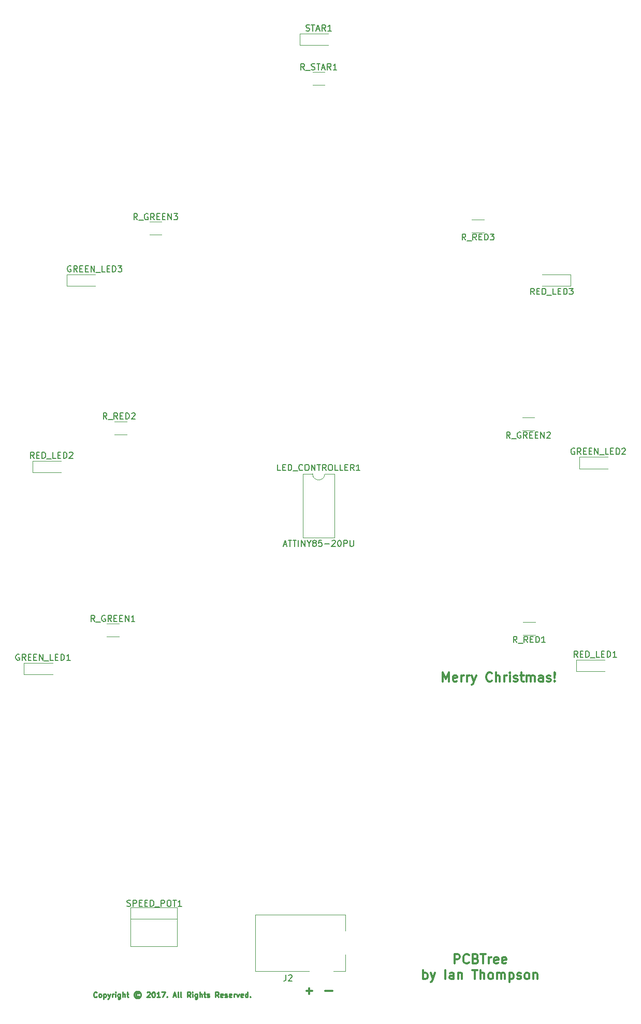
<source format=gbr>
G04 #@! TF.FileFunction,Legend,Top*
%FSLAX46Y46*%
G04 Gerber Fmt 4.6, Leading zero omitted, Abs format (unit mm)*
G04 Created by KiCad (PCBNEW 4.0.6) date Wednesday, September 13, 2017 'PMt' 07:39:43 PM*
%MOMM*%
%LPD*%
G01*
G04 APERTURE LIST*
%ADD10C,0.100000*%
%ADD11C,0.212500*%
%ADD12C,0.300000*%
%ADD13C,0.120000*%
%ADD14C,0.150000*%
G04 APERTURE END LIST*
D10*
D11*
X58956238Y-181876571D02*
X58915762Y-181917048D01*
X58794333Y-181957524D01*
X58713381Y-181957524D01*
X58591953Y-181917048D01*
X58511000Y-181836095D01*
X58470524Y-181755143D01*
X58430048Y-181593238D01*
X58430048Y-181471810D01*
X58470524Y-181309905D01*
X58511000Y-181228952D01*
X58591953Y-181148000D01*
X58713381Y-181107524D01*
X58794333Y-181107524D01*
X58915762Y-181148000D01*
X58956238Y-181188476D01*
X59441953Y-181957524D02*
X59361000Y-181917048D01*
X59320524Y-181876571D01*
X59280048Y-181795619D01*
X59280048Y-181552762D01*
X59320524Y-181471810D01*
X59361000Y-181431333D01*
X59441953Y-181390857D01*
X59563381Y-181390857D01*
X59644333Y-181431333D01*
X59684810Y-181471810D01*
X59725286Y-181552762D01*
X59725286Y-181795619D01*
X59684810Y-181876571D01*
X59644333Y-181917048D01*
X59563381Y-181957524D01*
X59441953Y-181957524D01*
X60089572Y-181390857D02*
X60089572Y-182240857D01*
X60089572Y-181431333D02*
X60170524Y-181390857D01*
X60332429Y-181390857D01*
X60413381Y-181431333D01*
X60453858Y-181471810D01*
X60494334Y-181552762D01*
X60494334Y-181795619D01*
X60453858Y-181876571D01*
X60413381Y-181917048D01*
X60332429Y-181957524D01*
X60170524Y-181957524D01*
X60089572Y-181917048D01*
X60777668Y-181390857D02*
X60980049Y-181957524D01*
X61182429Y-181390857D02*
X60980049Y-181957524D01*
X60899096Y-182159905D01*
X60858620Y-182200381D01*
X60777668Y-182240857D01*
X61506239Y-181957524D02*
X61506239Y-181390857D01*
X61506239Y-181552762D02*
X61546715Y-181471810D01*
X61587191Y-181431333D01*
X61668144Y-181390857D01*
X61749096Y-181390857D01*
X62032429Y-181957524D02*
X62032429Y-181390857D01*
X62032429Y-181107524D02*
X61991953Y-181148000D01*
X62032429Y-181188476D01*
X62072905Y-181148000D01*
X62032429Y-181107524D01*
X62032429Y-181188476D01*
X62801477Y-181390857D02*
X62801477Y-182078952D01*
X62761000Y-182159905D01*
X62720524Y-182200381D01*
X62639572Y-182240857D01*
X62518143Y-182240857D01*
X62437191Y-182200381D01*
X62801477Y-181917048D02*
X62720524Y-181957524D01*
X62558620Y-181957524D01*
X62477667Y-181917048D01*
X62437191Y-181876571D01*
X62396715Y-181795619D01*
X62396715Y-181552762D01*
X62437191Y-181471810D01*
X62477667Y-181431333D01*
X62558620Y-181390857D01*
X62720524Y-181390857D01*
X62801477Y-181431333D01*
X63206239Y-181957524D02*
X63206239Y-181107524D01*
X63570525Y-181957524D02*
X63570525Y-181512286D01*
X63530048Y-181431333D01*
X63449096Y-181390857D01*
X63327668Y-181390857D01*
X63246715Y-181431333D01*
X63206239Y-181471810D01*
X63853858Y-181390857D02*
X64177668Y-181390857D01*
X63975287Y-181107524D02*
X63975287Y-181836095D01*
X64015763Y-181917048D01*
X64096716Y-181957524D01*
X64177668Y-181957524D01*
X65796715Y-181309905D02*
X65715763Y-181269429D01*
X65553858Y-181269429D01*
X65472906Y-181309905D01*
X65391953Y-181390857D01*
X65351477Y-181471810D01*
X65351477Y-181633714D01*
X65391953Y-181714667D01*
X65472906Y-181795619D01*
X65553858Y-181836095D01*
X65715763Y-181836095D01*
X65796715Y-181795619D01*
X65634810Y-180986095D02*
X65432429Y-181026571D01*
X65230049Y-181148000D01*
X65108620Y-181350381D01*
X65068144Y-181552762D01*
X65108620Y-181755143D01*
X65230049Y-181957524D01*
X65432429Y-182078952D01*
X65634810Y-182119429D01*
X65837191Y-182078952D01*
X66039572Y-181957524D01*
X66161001Y-181755143D01*
X66201477Y-181552762D01*
X66161001Y-181350381D01*
X66039572Y-181148000D01*
X65837191Y-181026571D01*
X65634810Y-180986095D01*
X67172906Y-181188476D02*
X67213382Y-181148000D01*
X67294334Y-181107524D01*
X67496715Y-181107524D01*
X67577668Y-181148000D01*
X67618144Y-181188476D01*
X67658620Y-181269429D01*
X67658620Y-181350381D01*
X67618144Y-181471810D01*
X67132430Y-181957524D01*
X67658620Y-181957524D01*
X68184811Y-181107524D02*
X68265763Y-181107524D01*
X68346715Y-181148000D01*
X68387192Y-181188476D01*
X68427668Y-181269429D01*
X68468144Y-181431333D01*
X68468144Y-181633714D01*
X68427668Y-181795619D01*
X68387192Y-181876571D01*
X68346715Y-181917048D01*
X68265763Y-181957524D01*
X68184811Y-181957524D01*
X68103858Y-181917048D01*
X68063382Y-181876571D01*
X68022906Y-181795619D01*
X67982430Y-181633714D01*
X67982430Y-181431333D01*
X68022906Y-181269429D01*
X68063382Y-181188476D01*
X68103858Y-181148000D01*
X68184811Y-181107524D01*
X69277668Y-181957524D02*
X68791954Y-181957524D01*
X69034811Y-181957524D02*
X69034811Y-181107524D01*
X68953859Y-181228952D01*
X68872906Y-181309905D01*
X68791954Y-181350381D01*
X69561002Y-181107524D02*
X70127668Y-181107524D01*
X69763383Y-181957524D01*
X70451478Y-181876571D02*
X70491954Y-181917048D01*
X70451478Y-181957524D01*
X70411002Y-181917048D01*
X70451478Y-181876571D01*
X70451478Y-181957524D01*
X71463383Y-181714667D02*
X71868145Y-181714667D01*
X71382430Y-181957524D02*
X71665764Y-181107524D01*
X71949097Y-181957524D01*
X72353859Y-181957524D02*
X72272906Y-181917048D01*
X72232430Y-181836095D01*
X72232430Y-181107524D01*
X72799097Y-181957524D02*
X72718144Y-181917048D01*
X72677668Y-181836095D01*
X72677668Y-181107524D01*
X74256239Y-181957524D02*
X73972906Y-181552762D01*
X73770525Y-181957524D02*
X73770525Y-181107524D01*
X74094334Y-181107524D01*
X74175287Y-181148000D01*
X74215763Y-181188476D01*
X74256239Y-181269429D01*
X74256239Y-181390857D01*
X74215763Y-181471810D01*
X74175287Y-181512286D01*
X74094334Y-181552762D01*
X73770525Y-181552762D01*
X74620525Y-181957524D02*
X74620525Y-181390857D01*
X74620525Y-181107524D02*
X74580049Y-181148000D01*
X74620525Y-181188476D01*
X74661001Y-181148000D01*
X74620525Y-181107524D01*
X74620525Y-181188476D01*
X75389573Y-181390857D02*
X75389573Y-182078952D01*
X75349096Y-182159905D01*
X75308620Y-182200381D01*
X75227668Y-182240857D01*
X75106239Y-182240857D01*
X75025287Y-182200381D01*
X75389573Y-181917048D02*
X75308620Y-181957524D01*
X75146716Y-181957524D01*
X75065763Y-181917048D01*
X75025287Y-181876571D01*
X74984811Y-181795619D01*
X74984811Y-181552762D01*
X75025287Y-181471810D01*
X75065763Y-181431333D01*
X75146716Y-181390857D01*
X75308620Y-181390857D01*
X75389573Y-181431333D01*
X75794335Y-181957524D02*
X75794335Y-181107524D01*
X76158621Y-181957524D02*
X76158621Y-181512286D01*
X76118144Y-181431333D01*
X76037192Y-181390857D01*
X75915764Y-181390857D01*
X75834811Y-181431333D01*
X75794335Y-181471810D01*
X76441954Y-181390857D02*
X76765764Y-181390857D01*
X76563383Y-181107524D02*
X76563383Y-181836095D01*
X76603859Y-181917048D01*
X76684812Y-181957524D01*
X76765764Y-181957524D01*
X77008621Y-181917048D02*
X77089573Y-181957524D01*
X77251478Y-181957524D01*
X77332430Y-181917048D01*
X77372906Y-181836095D01*
X77372906Y-181795619D01*
X77332430Y-181714667D01*
X77251478Y-181674190D01*
X77130049Y-181674190D01*
X77049097Y-181633714D01*
X77008621Y-181552762D01*
X77008621Y-181512286D01*
X77049097Y-181431333D01*
X77130049Y-181390857D01*
X77251478Y-181390857D01*
X77332430Y-181431333D01*
X78870525Y-181957524D02*
X78587192Y-181552762D01*
X78384811Y-181957524D02*
X78384811Y-181107524D01*
X78708620Y-181107524D01*
X78789573Y-181148000D01*
X78830049Y-181188476D01*
X78870525Y-181269429D01*
X78870525Y-181390857D01*
X78830049Y-181471810D01*
X78789573Y-181512286D01*
X78708620Y-181552762D01*
X78384811Y-181552762D01*
X79558620Y-181917048D02*
X79477668Y-181957524D01*
X79315763Y-181957524D01*
X79234811Y-181917048D01*
X79194335Y-181836095D01*
X79194335Y-181512286D01*
X79234811Y-181431333D01*
X79315763Y-181390857D01*
X79477668Y-181390857D01*
X79558620Y-181431333D01*
X79599097Y-181512286D01*
X79599097Y-181593238D01*
X79194335Y-181674190D01*
X79922906Y-181917048D02*
X80003858Y-181957524D01*
X80165763Y-181957524D01*
X80246715Y-181917048D01*
X80287191Y-181836095D01*
X80287191Y-181795619D01*
X80246715Y-181714667D01*
X80165763Y-181674190D01*
X80044334Y-181674190D01*
X79963382Y-181633714D01*
X79922906Y-181552762D01*
X79922906Y-181512286D01*
X79963382Y-181431333D01*
X80044334Y-181390857D01*
X80165763Y-181390857D01*
X80246715Y-181431333D01*
X80975286Y-181917048D02*
X80894334Y-181957524D01*
X80732429Y-181957524D01*
X80651477Y-181917048D01*
X80611001Y-181836095D01*
X80611001Y-181512286D01*
X80651477Y-181431333D01*
X80732429Y-181390857D01*
X80894334Y-181390857D01*
X80975286Y-181431333D01*
X81015763Y-181512286D01*
X81015763Y-181593238D01*
X80611001Y-181674190D01*
X81380048Y-181957524D02*
X81380048Y-181390857D01*
X81380048Y-181552762D02*
X81420524Y-181471810D01*
X81461000Y-181431333D01*
X81541953Y-181390857D01*
X81622905Y-181390857D01*
X81825286Y-181390857D02*
X82027667Y-181957524D01*
X82230047Y-181390857D01*
X82877666Y-181917048D02*
X82796714Y-181957524D01*
X82634809Y-181957524D01*
X82553857Y-181917048D01*
X82513381Y-181836095D01*
X82513381Y-181512286D01*
X82553857Y-181431333D01*
X82634809Y-181390857D01*
X82796714Y-181390857D01*
X82877666Y-181431333D01*
X82918143Y-181512286D01*
X82918143Y-181593238D01*
X82513381Y-181674190D01*
X83646714Y-181957524D02*
X83646714Y-181107524D01*
X83646714Y-181917048D02*
X83565761Y-181957524D01*
X83403857Y-181957524D01*
X83322904Y-181917048D01*
X83282428Y-181876571D01*
X83241952Y-181795619D01*
X83241952Y-181552762D01*
X83282428Y-181471810D01*
X83322904Y-181431333D01*
X83403857Y-181390857D01*
X83565761Y-181390857D01*
X83646714Y-181431333D01*
X84051476Y-181876571D02*
X84091952Y-181917048D01*
X84051476Y-181957524D01*
X84011000Y-181917048D01*
X84051476Y-181876571D01*
X84051476Y-181957524D01*
D12*
X96329572Y-180955143D02*
X97472429Y-180955143D01*
X93268857Y-180933714D02*
X94183143Y-180933714D01*
X93726000Y-181390857D02*
X93726000Y-180476571D01*
X117451715Y-176441571D02*
X117451715Y-174941571D01*
X118023143Y-174941571D01*
X118166001Y-175013000D01*
X118237429Y-175084429D01*
X118308858Y-175227286D01*
X118308858Y-175441571D01*
X118237429Y-175584429D01*
X118166001Y-175655857D01*
X118023143Y-175727286D01*
X117451715Y-175727286D01*
X119808858Y-176298714D02*
X119737429Y-176370143D01*
X119523143Y-176441571D01*
X119380286Y-176441571D01*
X119166001Y-176370143D01*
X119023143Y-176227286D01*
X118951715Y-176084429D01*
X118880286Y-175798714D01*
X118880286Y-175584429D01*
X118951715Y-175298714D01*
X119023143Y-175155857D01*
X119166001Y-175013000D01*
X119380286Y-174941571D01*
X119523143Y-174941571D01*
X119737429Y-175013000D01*
X119808858Y-175084429D01*
X120951715Y-175655857D02*
X121166001Y-175727286D01*
X121237429Y-175798714D01*
X121308858Y-175941571D01*
X121308858Y-176155857D01*
X121237429Y-176298714D01*
X121166001Y-176370143D01*
X121023143Y-176441571D01*
X120451715Y-176441571D01*
X120451715Y-174941571D01*
X120951715Y-174941571D01*
X121094572Y-175013000D01*
X121166001Y-175084429D01*
X121237429Y-175227286D01*
X121237429Y-175370143D01*
X121166001Y-175513000D01*
X121094572Y-175584429D01*
X120951715Y-175655857D01*
X120451715Y-175655857D01*
X121737429Y-174941571D02*
X122594572Y-174941571D01*
X122166001Y-176441571D02*
X122166001Y-174941571D01*
X123094572Y-176441571D02*
X123094572Y-175441571D01*
X123094572Y-175727286D02*
X123166000Y-175584429D01*
X123237429Y-175513000D01*
X123380286Y-175441571D01*
X123523143Y-175441571D01*
X124594571Y-176370143D02*
X124451714Y-176441571D01*
X124166000Y-176441571D01*
X124023143Y-176370143D01*
X123951714Y-176227286D01*
X123951714Y-175655857D01*
X124023143Y-175513000D01*
X124166000Y-175441571D01*
X124451714Y-175441571D01*
X124594571Y-175513000D01*
X124666000Y-175655857D01*
X124666000Y-175798714D01*
X123951714Y-175941571D01*
X125880285Y-176370143D02*
X125737428Y-176441571D01*
X125451714Y-176441571D01*
X125308857Y-176370143D01*
X125237428Y-176227286D01*
X125237428Y-175655857D01*
X125308857Y-175513000D01*
X125451714Y-175441571D01*
X125737428Y-175441571D01*
X125880285Y-175513000D01*
X125951714Y-175655857D01*
X125951714Y-175798714D01*
X125237428Y-175941571D01*
X112344571Y-178991571D02*
X112344571Y-177491571D01*
X112344571Y-178063000D02*
X112487428Y-177991571D01*
X112773142Y-177991571D01*
X112915999Y-178063000D01*
X112987428Y-178134429D01*
X113058857Y-178277286D01*
X113058857Y-178705857D01*
X112987428Y-178848714D01*
X112915999Y-178920143D01*
X112773142Y-178991571D01*
X112487428Y-178991571D01*
X112344571Y-178920143D01*
X113558857Y-177991571D02*
X113916000Y-178991571D01*
X114273142Y-177991571D02*
X113916000Y-178991571D01*
X113773142Y-179348714D01*
X113701714Y-179420143D01*
X113558857Y-179491571D01*
X115987428Y-178991571D02*
X115987428Y-177491571D01*
X117344571Y-178991571D02*
X117344571Y-178205857D01*
X117273142Y-178063000D01*
X117130285Y-177991571D01*
X116844571Y-177991571D01*
X116701714Y-178063000D01*
X117344571Y-178920143D02*
X117201714Y-178991571D01*
X116844571Y-178991571D01*
X116701714Y-178920143D01*
X116630285Y-178777286D01*
X116630285Y-178634429D01*
X116701714Y-178491571D01*
X116844571Y-178420143D01*
X117201714Y-178420143D01*
X117344571Y-178348714D01*
X118058857Y-177991571D02*
X118058857Y-178991571D01*
X118058857Y-178134429D02*
X118130285Y-178063000D01*
X118273143Y-177991571D01*
X118487428Y-177991571D01*
X118630285Y-178063000D01*
X118701714Y-178205857D01*
X118701714Y-178991571D01*
X120344571Y-177491571D02*
X121201714Y-177491571D01*
X120773143Y-178991571D02*
X120773143Y-177491571D01*
X121701714Y-178991571D02*
X121701714Y-177491571D01*
X122344571Y-178991571D02*
X122344571Y-178205857D01*
X122273142Y-178063000D01*
X122130285Y-177991571D01*
X121916000Y-177991571D01*
X121773142Y-178063000D01*
X121701714Y-178134429D01*
X123273143Y-178991571D02*
X123130285Y-178920143D01*
X123058857Y-178848714D01*
X122987428Y-178705857D01*
X122987428Y-178277286D01*
X123058857Y-178134429D01*
X123130285Y-178063000D01*
X123273143Y-177991571D01*
X123487428Y-177991571D01*
X123630285Y-178063000D01*
X123701714Y-178134429D01*
X123773143Y-178277286D01*
X123773143Y-178705857D01*
X123701714Y-178848714D01*
X123630285Y-178920143D01*
X123487428Y-178991571D01*
X123273143Y-178991571D01*
X124416000Y-178991571D02*
X124416000Y-177991571D01*
X124416000Y-178134429D02*
X124487428Y-178063000D01*
X124630286Y-177991571D01*
X124844571Y-177991571D01*
X124987428Y-178063000D01*
X125058857Y-178205857D01*
X125058857Y-178991571D01*
X125058857Y-178205857D02*
X125130286Y-178063000D01*
X125273143Y-177991571D01*
X125487428Y-177991571D01*
X125630286Y-178063000D01*
X125701714Y-178205857D01*
X125701714Y-178991571D01*
X126416000Y-177991571D02*
X126416000Y-179491571D01*
X126416000Y-178063000D02*
X126558857Y-177991571D01*
X126844571Y-177991571D01*
X126987428Y-178063000D01*
X127058857Y-178134429D01*
X127130286Y-178277286D01*
X127130286Y-178705857D01*
X127058857Y-178848714D01*
X126987428Y-178920143D01*
X126844571Y-178991571D01*
X126558857Y-178991571D01*
X126416000Y-178920143D01*
X127701714Y-178920143D02*
X127844571Y-178991571D01*
X128130286Y-178991571D01*
X128273143Y-178920143D01*
X128344571Y-178777286D01*
X128344571Y-178705857D01*
X128273143Y-178563000D01*
X128130286Y-178491571D01*
X127916000Y-178491571D01*
X127773143Y-178420143D01*
X127701714Y-178277286D01*
X127701714Y-178205857D01*
X127773143Y-178063000D01*
X127916000Y-177991571D01*
X128130286Y-177991571D01*
X128273143Y-178063000D01*
X129201715Y-178991571D02*
X129058857Y-178920143D01*
X128987429Y-178848714D01*
X128916000Y-178705857D01*
X128916000Y-178277286D01*
X128987429Y-178134429D01*
X129058857Y-178063000D01*
X129201715Y-177991571D01*
X129416000Y-177991571D01*
X129558857Y-178063000D01*
X129630286Y-178134429D01*
X129701715Y-178277286D01*
X129701715Y-178705857D01*
X129630286Y-178848714D01*
X129558857Y-178920143D01*
X129416000Y-178991571D01*
X129201715Y-178991571D01*
X130344572Y-177991571D02*
X130344572Y-178991571D01*
X130344572Y-178134429D02*
X130416000Y-178063000D01*
X130558858Y-177991571D01*
X130773143Y-177991571D01*
X130916000Y-178063000D01*
X130987429Y-178205857D01*
X130987429Y-178991571D01*
X115571143Y-130345571D02*
X115571143Y-128845571D01*
X116071143Y-129917000D01*
X116571143Y-128845571D01*
X116571143Y-130345571D01*
X117856857Y-130274143D02*
X117714000Y-130345571D01*
X117428286Y-130345571D01*
X117285429Y-130274143D01*
X117214000Y-130131286D01*
X117214000Y-129559857D01*
X117285429Y-129417000D01*
X117428286Y-129345571D01*
X117714000Y-129345571D01*
X117856857Y-129417000D01*
X117928286Y-129559857D01*
X117928286Y-129702714D01*
X117214000Y-129845571D01*
X118571143Y-130345571D02*
X118571143Y-129345571D01*
X118571143Y-129631286D02*
X118642571Y-129488429D01*
X118714000Y-129417000D01*
X118856857Y-129345571D01*
X118999714Y-129345571D01*
X119499714Y-130345571D02*
X119499714Y-129345571D01*
X119499714Y-129631286D02*
X119571142Y-129488429D01*
X119642571Y-129417000D01*
X119785428Y-129345571D01*
X119928285Y-129345571D01*
X120285428Y-129345571D02*
X120642571Y-130345571D01*
X120999713Y-129345571D02*
X120642571Y-130345571D01*
X120499713Y-130702714D01*
X120428285Y-130774143D01*
X120285428Y-130845571D01*
X123571142Y-130202714D02*
X123499713Y-130274143D01*
X123285427Y-130345571D01*
X123142570Y-130345571D01*
X122928285Y-130274143D01*
X122785427Y-130131286D01*
X122713999Y-129988429D01*
X122642570Y-129702714D01*
X122642570Y-129488429D01*
X122713999Y-129202714D01*
X122785427Y-129059857D01*
X122928285Y-128917000D01*
X123142570Y-128845571D01*
X123285427Y-128845571D01*
X123499713Y-128917000D01*
X123571142Y-128988429D01*
X124213999Y-130345571D02*
X124213999Y-128845571D01*
X124856856Y-130345571D02*
X124856856Y-129559857D01*
X124785427Y-129417000D01*
X124642570Y-129345571D01*
X124428285Y-129345571D01*
X124285427Y-129417000D01*
X124213999Y-129488429D01*
X125571142Y-130345571D02*
X125571142Y-129345571D01*
X125571142Y-129631286D02*
X125642570Y-129488429D01*
X125713999Y-129417000D01*
X125856856Y-129345571D01*
X125999713Y-129345571D01*
X126499713Y-130345571D02*
X126499713Y-129345571D01*
X126499713Y-128845571D02*
X126428284Y-128917000D01*
X126499713Y-128988429D01*
X126571141Y-128917000D01*
X126499713Y-128845571D01*
X126499713Y-128988429D01*
X127142570Y-130274143D02*
X127285427Y-130345571D01*
X127571142Y-130345571D01*
X127713999Y-130274143D01*
X127785427Y-130131286D01*
X127785427Y-130059857D01*
X127713999Y-129917000D01*
X127571142Y-129845571D01*
X127356856Y-129845571D01*
X127213999Y-129774143D01*
X127142570Y-129631286D01*
X127142570Y-129559857D01*
X127213999Y-129417000D01*
X127356856Y-129345571D01*
X127571142Y-129345571D01*
X127713999Y-129417000D01*
X128213999Y-129345571D02*
X128785428Y-129345571D01*
X128428285Y-128845571D02*
X128428285Y-130131286D01*
X128499713Y-130274143D01*
X128642571Y-130345571D01*
X128785428Y-130345571D01*
X129285428Y-130345571D02*
X129285428Y-129345571D01*
X129285428Y-129488429D02*
X129356856Y-129417000D01*
X129499714Y-129345571D01*
X129713999Y-129345571D01*
X129856856Y-129417000D01*
X129928285Y-129559857D01*
X129928285Y-130345571D01*
X129928285Y-129559857D02*
X129999714Y-129417000D01*
X130142571Y-129345571D01*
X130356856Y-129345571D01*
X130499714Y-129417000D01*
X130571142Y-129559857D01*
X130571142Y-130345571D01*
X131928285Y-130345571D02*
X131928285Y-129559857D01*
X131856856Y-129417000D01*
X131713999Y-129345571D01*
X131428285Y-129345571D01*
X131285428Y-129417000D01*
X131928285Y-130274143D02*
X131785428Y-130345571D01*
X131428285Y-130345571D01*
X131285428Y-130274143D01*
X131213999Y-130131286D01*
X131213999Y-129988429D01*
X131285428Y-129845571D01*
X131428285Y-129774143D01*
X131785428Y-129774143D01*
X131928285Y-129702714D01*
X132571142Y-130274143D02*
X132713999Y-130345571D01*
X132999714Y-130345571D01*
X133142571Y-130274143D01*
X133213999Y-130131286D01*
X133213999Y-130059857D01*
X133142571Y-129917000D01*
X132999714Y-129845571D01*
X132785428Y-129845571D01*
X132642571Y-129774143D01*
X132571142Y-129631286D01*
X132571142Y-129559857D01*
X132642571Y-129417000D01*
X132785428Y-129345571D01*
X132999714Y-129345571D01*
X133142571Y-129417000D01*
X133856857Y-130202714D02*
X133928285Y-130274143D01*
X133856857Y-130345571D01*
X133785428Y-130274143D01*
X133856857Y-130202714D01*
X133856857Y-130345571D01*
X133856857Y-129774143D02*
X133785428Y-128917000D01*
X133856857Y-128845571D01*
X133928285Y-128917000D01*
X133856857Y-129774143D01*
X133856857Y-128845571D01*
D13*
X47065000Y-127320000D02*
X47065000Y-129220000D01*
X47065000Y-129220000D02*
X51765000Y-129220000D01*
X47065000Y-127320000D02*
X51765000Y-127320000D01*
X137870000Y-93665000D02*
X137870000Y-95565000D01*
X137870000Y-95565000D02*
X142570000Y-95565000D01*
X137870000Y-93665000D02*
X142570000Y-93665000D01*
X54050000Y-63820000D02*
X54050000Y-65720000D01*
X54050000Y-65720000D02*
X58750000Y-65720000D01*
X54050000Y-63820000D02*
X58750000Y-63820000D01*
X94250000Y-96400000D02*
X92680000Y-96400000D01*
X92680000Y-96400000D02*
X92680000Y-106800000D01*
X92680000Y-106800000D02*
X97820000Y-106800000D01*
X97820000Y-106800000D02*
X97820000Y-96400000D01*
X97820000Y-96400000D02*
X96250000Y-96400000D01*
X96250000Y-96400000D02*
G75*
G02X94250000Y-96400000I-1000000J0D01*
G01*
X137362000Y-126812000D02*
X137362000Y-128712000D01*
X137362000Y-128712000D02*
X142062000Y-128712000D01*
X137362000Y-126812000D02*
X142062000Y-126812000D01*
X48462000Y-94300000D02*
X48462000Y-96200000D01*
X48462000Y-96200000D02*
X53162000Y-96200000D01*
X48462000Y-94300000D02*
X53162000Y-94300000D01*
X136450000Y-65720000D02*
X136450000Y-63820000D01*
X136450000Y-63820000D02*
X131750000Y-63820000D01*
X136450000Y-65720000D02*
X131750000Y-65720000D01*
X62595000Y-122990000D02*
X60595000Y-122990000D01*
X60595000Y-120850000D02*
X62595000Y-120850000D01*
X128540000Y-87195000D02*
X130540000Y-87195000D01*
X130540000Y-89335000D02*
X128540000Y-89335000D01*
X69580000Y-57331000D02*
X67580000Y-57331000D01*
X67580000Y-55191000D02*
X69580000Y-55191000D01*
X128667000Y-120596000D02*
X130667000Y-120596000D01*
X130667000Y-122736000D02*
X128667000Y-122736000D01*
X63865000Y-89970000D02*
X61865000Y-89970000D01*
X61865000Y-87830000D02*
X63865000Y-87830000D01*
X120285000Y-54810000D02*
X122285000Y-54810000D01*
X122285000Y-56950000D02*
X120285000Y-56950000D01*
X96250000Y-32820000D02*
X94250000Y-32820000D01*
X94250000Y-30680000D02*
X96250000Y-30680000D01*
X64516000Y-167264000D02*
X64516000Y-173604000D01*
X72136000Y-167264000D02*
X72136000Y-173604000D01*
X72136000Y-169164000D02*
X64516000Y-169164000D01*
X64516000Y-167264000D02*
X72136000Y-167264000D01*
X72136000Y-173604000D02*
X64516000Y-173604000D01*
X92150000Y-24450000D02*
X92150000Y-26350000D01*
X92150000Y-26350000D02*
X96850000Y-26350000D01*
X92150000Y-24450000D02*
X96850000Y-24450000D01*
X93679000Y-177701000D02*
X84879000Y-177701000D01*
X84879000Y-177701000D02*
X84879000Y-168501000D01*
X99579000Y-175001000D02*
X99579000Y-177701000D01*
X99579000Y-177701000D02*
X97679000Y-177701000D01*
X84879000Y-168501000D02*
X99579000Y-168501000D01*
X99579000Y-168501000D02*
X99579000Y-171101000D01*
D14*
X46284048Y-125920000D02*
X46188810Y-125872381D01*
X46045953Y-125872381D01*
X45903095Y-125920000D01*
X45807857Y-126015238D01*
X45760238Y-126110476D01*
X45712619Y-126300952D01*
X45712619Y-126443810D01*
X45760238Y-126634286D01*
X45807857Y-126729524D01*
X45903095Y-126824762D01*
X46045953Y-126872381D01*
X46141191Y-126872381D01*
X46284048Y-126824762D01*
X46331667Y-126777143D01*
X46331667Y-126443810D01*
X46141191Y-126443810D01*
X47331667Y-126872381D02*
X46998333Y-126396190D01*
X46760238Y-126872381D02*
X46760238Y-125872381D01*
X47141191Y-125872381D01*
X47236429Y-125920000D01*
X47284048Y-125967619D01*
X47331667Y-126062857D01*
X47331667Y-126205714D01*
X47284048Y-126300952D01*
X47236429Y-126348571D01*
X47141191Y-126396190D01*
X46760238Y-126396190D01*
X47760238Y-126348571D02*
X48093572Y-126348571D01*
X48236429Y-126872381D02*
X47760238Y-126872381D01*
X47760238Y-125872381D01*
X48236429Y-125872381D01*
X48665000Y-126348571D02*
X48998334Y-126348571D01*
X49141191Y-126872381D02*
X48665000Y-126872381D01*
X48665000Y-125872381D01*
X49141191Y-125872381D01*
X49569762Y-126872381D02*
X49569762Y-125872381D01*
X50141191Y-126872381D01*
X50141191Y-125872381D01*
X50379286Y-126967619D02*
X51141191Y-126967619D01*
X51855477Y-126872381D02*
X51379286Y-126872381D01*
X51379286Y-125872381D01*
X52188810Y-126348571D02*
X52522144Y-126348571D01*
X52665001Y-126872381D02*
X52188810Y-126872381D01*
X52188810Y-125872381D01*
X52665001Y-125872381D01*
X53093572Y-126872381D02*
X53093572Y-125872381D01*
X53331667Y-125872381D01*
X53474525Y-125920000D01*
X53569763Y-126015238D01*
X53617382Y-126110476D01*
X53665001Y-126300952D01*
X53665001Y-126443810D01*
X53617382Y-126634286D01*
X53569763Y-126729524D01*
X53474525Y-126824762D01*
X53331667Y-126872381D01*
X53093572Y-126872381D01*
X54617382Y-126872381D02*
X54045953Y-126872381D01*
X54331667Y-126872381D02*
X54331667Y-125872381D01*
X54236429Y-126015238D01*
X54141191Y-126110476D01*
X54045953Y-126158095D01*
X137089048Y-92265000D02*
X136993810Y-92217381D01*
X136850953Y-92217381D01*
X136708095Y-92265000D01*
X136612857Y-92360238D01*
X136565238Y-92455476D01*
X136517619Y-92645952D01*
X136517619Y-92788810D01*
X136565238Y-92979286D01*
X136612857Y-93074524D01*
X136708095Y-93169762D01*
X136850953Y-93217381D01*
X136946191Y-93217381D01*
X137089048Y-93169762D01*
X137136667Y-93122143D01*
X137136667Y-92788810D01*
X136946191Y-92788810D01*
X138136667Y-93217381D02*
X137803333Y-92741190D01*
X137565238Y-93217381D02*
X137565238Y-92217381D01*
X137946191Y-92217381D01*
X138041429Y-92265000D01*
X138089048Y-92312619D01*
X138136667Y-92407857D01*
X138136667Y-92550714D01*
X138089048Y-92645952D01*
X138041429Y-92693571D01*
X137946191Y-92741190D01*
X137565238Y-92741190D01*
X138565238Y-92693571D02*
X138898572Y-92693571D01*
X139041429Y-93217381D02*
X138565238Y-93217381D01*
X138565238Y-92217381D01*
X139041429Y-92217381D01*
X139470000Y-92693571D02*
X139803334Y-92693571D01*
X139946191Y-93217381D02*
X139470000Y-93217381D01*
X139470000Y-92217381D01*
X139946191Y-92217381D01*
X140374762Y-93217381D02*
X140374762Y-92217381D01*
X140946191Y-93217381D01*
X140946191Y-92217381D01*
X141184286Y-93312619D02*
X141946191Y-93312619D01*
X142660477Y-93217381D02*
X142184286Y-93217381D01*
X142184286Y-92217381D01*
X142993810Y-92693571D02*
X143327144Y-92693571D01*
X143470001Y-93217381D02*
X142993810Y-93217381D01*
X142993810Y-92217381D01*
X143470001Y-92217381D01*
X143898572Y-93217381D02*
X143898572Y-92217381D01*
X144136667Y-92217381D01*
X144279525Y-92265000D01*
X144374763Y-92360238D01*
X144422382Y-92455476D01*
X144470001Y-92645952D01*
X144470001Y-92788810D01*
X144422382Y-92979286D01*
X144374763Y-93074524D01*
X144279525Y-93169762D01*
X144136667Y-93217381D01*
X143898572Y-93217381D01*
X144850953Y-92312619D02*
X144898572Y-92265000D01*
X144993810Y-92217381D01*
X145231906Y-92217381D01*
X145327144Y-92265000D01*
X145374763Y-92312619D01*
X145422382Y-92407857D01*
X145422382Y-92503095D01*
X145374763Y-92645952D01*
X144803334Y-93217381D01*
X145422382Y-93217381D01*
X54729548Y-62428500D02*
X54634310Y-62380881D01*
X54491453Y-62380881D01*
X54348595Y-62428500D01*
X54253357Y-62523738D01*
X54205738Y-62618976D01*
X54158119Y-62809452D01*
X54158119Y-62952310D01*
X54205738Y-63142786D01*
X54253357Y-63238024D01*
X54348595Y-63333262D01*
X54491453Y-63380881D01*
X54586691Y-63380881D01*
X54729548Y-63333262D01*
X54777167Y-63285643D01*
X54777167Y-62952310D01*
X54586691Y-62952310D01*
X55777167Y-63380881D02*
X55443833Y-62904690D01*
X55205738Y-63380881D02*
X55205738Y-62380881D01*
X55586691Y-62380881D01*
X55681929Y-62428500D01*
X55729548Y-62476119D01*
X55777167Y-62571357D01*
X55777167Y-62714214D01*
X55729548Y-62809452D01*
X55681929Y-62857071D01*
X55586691Y-62904690D01*
X55205738Y-62904690D01*
X56205738Y-62857071D02*
X56539072Y-62857071D01*
X56681929Y-63380881D02*
X56205738Y-63380881D01*
X56205738Y-62380881D01*
X56681929Y-62380881D01*
X57110500Y-62857071D02*
X57443834Y-62857071D01*
X57586691Y-63380881D02*
X57110500Y-63380881D01*
X57110500Y-62380881D01*
X57586691Y-62380881D01*
X58015262Y-63380881D02*
X58015262Y-62380881D01*
X58586691Y-63380881D01*
X58586691Y-62380881D01*
X58824786Y-63476119D02*
X59586691Y-63476119D01*
X60300977Y-63380881D02*
X59824786Y-63380881D01*
X59824786Y-62380881D01*
X60634310Y-62857071D02*
X60967644Y-62857071D01*
X61110501Y-63380881D02*
X60634310Y-63380881D01*
X60634310Y-62380881D01*
X61110501Y-62380881D01*
X61539072Y-63380881D02*
X61539072Y-62380881D01*
X61777167Y-62380881D01*
X61920025Y-62428500D01*
X62015263Y-62523738D01*
X62062882Y-62618976D01*
X62110501Y-62809452D01*
X62110501Y-62952310D01*
X62062882Y-63142786D01*
X62015263Y-63238024D01*
X61920025Y-63333262D01*
X61777167Y-63380881D01*
X61539072Y-63380881D01*
X62443834Y-62380881D02*
X63062882Y-62380881D01*
X62729548Y-62761833D01*
X62872406Y-62761833D01*
X62967644Y-62809452D01*
X63015263Y-62857071D01*
X63062882Y-62952310D01*
X63062882Y-63190405D01*
X63015263Y-63285643D01*
X62967644Y-63333262D01*
X62872406Y-63380881D01*
X62586691Y-63380881D01*
X62491453Y-63333262D01*
X62443834Y-63285643D01*
X89035714Y-95852381D02*
X88559523Y-95852381D01*
X88559523Y-94852381D01*
X89369047Y-95328571D02*
X89702381Y-95328571D01*
X89845238Y-95852381D02*
X89369047Y-95852381D01*
X89369047Y-94852381D01*
X89845238Y-94852381D01*
X90273809Y-95852381D02*
X90273809Y-94852381D01*
X90511904Y-94852381D01*
X90654762Y-94900000D01*
X90750000Y-94995238D01*
X90797619Y-95090476D01*
X90845238Y-95280952D01*
X90845238Y-95423810D01*
X90797619Y-95614286D01*
X90750000Y-95709524D01*
X90654762Y-95804762D01*
X90511904Y-95852381D01*
X90273809Y-95852381D01*
X91035714Y-95947619D02*
X91797619Y-95947619D01*
X92607143Y-95757143D02*
X92559524Y-95804762D01*
X92416667Y-95852381D01*
X92321429Y-95852381D01*
X92178571Y-95804762D01*
X92083333Y-95709524D01*
X92035714Y-95614286D01*
X91988095Y-95423810D01*
X91988095Y-95280952D01*
X92035714Y-95090476D01*
X92083333Y-94995238D01*
X92178571Y-94900000D01*
X92321429Y-94852381D01*
X92416667Y-94852381D01*
X92559524Y-94900000D01*
X92607143Y-94947619D01*
X93226190Y-94852381D02*
X93416667Y-94852381D01*
X93511905Y-94900000D01*
X93607143Y-94995238D01*
X93654762Y-95185714D01*
X93654762Y-95519048D01*
X93607143Y-95709524D01*
X93511905Y-95804762D01*
X93416667Y-95852381D01*
X93226190Y-95852381D01*
X93130952Y-95804762D01*
X93035714Y-95709524D01*
X92988095Y-95519048D01*
X92988095Y-95185714D01*
X93035714Y-94995238D01*
X93130952Y-94900000D01*
X93226190Y-94852381D01*
X94083333Y-95852381D02*
X94083333Y-94852381D01*
X94654762Y-95852381D01*
X94654762Y-94852381D01*
X94988095Y-94852381D02*
X95559524Y-94852381D01*
X95273809Y-95852381D02*
X95273809Y-94852381D01*
X96464286Y-95852381D02*
X96130952Y-95376190D01*
X95892857Y-95852381D02*
X95892857Y-94852381D01*
X96273810Y-94852381D01*
X96369048Y-94900000D01*
X96416667Y-94947619D01*
X96464286Y-95042857D01*
X96464286Y-95185714D01*
X96416667Y-95280952D01*
X96369048Y-95328571D01*
X96273810Y-95376190D01*
X95892857Y-95376190D01*
X97083333Y-94852381D02*
X97273810Y-94852381D01*
X97369048Y-94900000D01*
X97464286Y-94995238D01*
X97511905Y-95185714D01*
X97511905Y-95519048D01*
X97464286Y-95709524D01*
X97369048Y-95804762D01*
X97273810Y-95852381D01*
X97083333Y-95852381D01*
X96988095Y-95804762D01*
X96892857Y-95709524D01*
X96845238Y-95519048D01*
X96845238Y-95185714D01*
X96892857Y-94995238D01*
X96988095Y-94900000D01*
X97083333Y-94852381D01*
X98416667Y-95852381D02*
X97940476Y-95852381D01*
X97940476Y-94852381D01*
X99226191Y-95852381D02*
X98750000Y-95852381D01*
X98750000Y-94852381D01*
X99559524Y-95328571D02*
X99892858Y-95328571D01*
X100035715Y-95852381D02*
X99559524Y-95852381D01*
X99559524Y-94852381D01*
X100035715Y-94852381D01*
X101035715Y-95852381D02*
X100702381Y-95376190D01*
X100464286Y-95852381D02*
X100464286Y-94852381D01*
X100845239Y-94852381D01*
X100940477Y-94900000D01*
X100988096Y-94947619D01*
X101035715Y-95042857D01*
X101035715Y-95185714D01*
X100988096Y-95280952D01*
X100940477Y-95328571D01*
X100845239Y-95376190D01*
X100464286Y-95376190D01*
X101988096Y-95852381D02*
X101416667Y-95852381D01*
X101702381Y-95852381D02*
X101702381Y-94852381D01*
X101607143Y-94995238D01*
X101511905Y-95090476D01*
X101416667Y-95138095D01*
X89511905Y-107966667D02*
X89988096Y-107966667D01*
X89416667Y-108252381D02*
X89750000Y-107252381D01*
X90083334Y-108252381D01*
X90273810Y-107252381D02*
X90845239Y-107252381D01*
X90559524Y-108252381D02*
X90559524Y-107252381D01*
X91035715Y-107252381D02*
X91607144Y-107252381D01*
X91321429Y-108252381D02*
X91321429Y-107252381D01*
X91940477Y-108252381D02*
X91940477Y-107252381D01*
X92416667Y-108252381D02*
X92416667Y-107252381D01*
X92988096Y-108252381D01*
X92988096Y-107252381D01*
X93654762Y-107776190D02*
X93654762Y-108252381D01*
X93321429Y-107252381D02*
X93654762Y-107776190D01*
X93988096Y-107252381D01*
X94464286Y-107680952D02*
X94369048Y-107633333D01*
X94321429Y-107585714D01*
X94273810Y-107490476D01*
X94273810Y-107442857D01*
X94321429Y-107347619D01*
X94369048Y-107300000D01*
X94464286Y-107252381D01*
X94654763Y-107252381D01*
X94750001Y-107300000D01*
X94797620Y-107347619D01*
X94845239Y-107442857D01*
X94845239Y-107490476D01*
X94797620Y-107585714D01*
X94750001Y-107633333D01*
X94654763Y-107680952D01*
X94464286Y-107680952D01*
X94369048Y-107728571D01*
X94321429Y-107776190D01*
X94273810Y-107871429D01*
X94273810Y-108061905D01*
X94321429Y-108157143D01*
X94369048Y-108204762D01*
X94464286Y-108252381D01*
X94654763Y-108252381D01*
X94750001Y-108204762D01*
X94797620Y-108157143D01*
X94845239Y-108061905D01*
X94845239Y-107871429D01*
X94797620Y-107776190D01*
X94750001Y-107728571D01*
X94654763Y-107680952D01*
X95750001Y-107252381D02*
X95273810Y-107252381D01*
X95226191Y-107728571D01*
X95273810Y-107680952D01*
X95369048Y-107633333D01*
X95607144Y-107633333D01*
X95702382Y-107680952D01*
X95750001Y-107728571D01*
X95797620Y-107823810D01*
X95797620Y-108061905D01*
X95750001Y-108157143D01*
X95702382Y-108204762D01*
X95607144Y-108252381D01*
X95369048Y-108252381D01*
X95273810Y-108204762D01*
X95226191Y-108157143D01*
X96226191Y-107871429D02*
X96988096Y-107871429D01*
X97416667Y-107347619D02*
X97464286Y-107300000D01*
X97559524Y-107252381D01*
X97797620Y-107252381D01*
X97892858Y-107300000D01*
X97940477Y-107347619D01*
X97988096Y-107442857D01*
X97988096Y-107538095D01*
X97940477Y-107680952D01*
X97369048Y-108252381D01*
X97988096Y-108252381D01*
X98607143Y-107252381D02*
X98702382Y-107252381D01*
X98797620Y-107300000D01*
X98845239Y-107347619D01*
X98892858Y-107442857D01*
X98940477Y-107633333D01*
X98940477Y-107871429D01*
X98892858Y-108061905D01*
X98845239Y-108157143D01*
X98797620Y-108204762D01*
X98702382Y-108252381D01*
X98607143Y-108252381D01*
X98511905Y-108204762D01*
X98464286Y-108157143D01*
X98416667Y-108061905D01*
X98369048Y-107871429D01*
X98369048Y-107633333D01*
X98416667Y-107442857D01*
X98464286Y-107347619D01*
X98511905Y-107300000D01*
X98607143Y-107252381D01*
X99369048Y-108252381D02*
X99369048Y-107252381D01*
X99750001Y-107252381D01*
X99845239Y-107300000D01*
X99892858Y-107347619D01*
X99940477Y-107442857D01*
X99940477Y-107585714D01*
X99892858Y-107680952D01*
X99845239Y-107728571D01*
X99750001Y-107776190D01*
X99369048Y-107776190D01*
X100369048Y-107252381D02*
X100369048Y-108061905D01*
X100416667Y-108157143D01*
X100464286Y-108204762D01*
X100559524Y-108252381D01*
X100750001Y-108252381D01*
X100845239Y-108204762D01*
X100892858Y-108157143D01*
X100940477Y-108061905D01*
X100940477Y-107252381D01*
X137604857Y-126364381D02*
X137271523Y-125888190D01*
X137033428Y-126364381D02*
X137033428Y-125364381D01*
X137414381Y-125364381D01*
X137509619Y-125412000D01*
X137557238Y-125459619D01*
X137604857Y-125554857D01*
X137604857Y-125697714D01*
X137557238Y-125792952D01*
X137509619Y-125840571D01*
X137414381Y-125888190D01*
X137033428Y-125888190D01*
X138033428Y-125840571D02*
X138366762Y-125840571D01*
X138509619Y-126364381D02*
X138033428Y-126364381D01*
X138033428Y-125364381D01*
X138509619Y-125364381D01*
X138938190Y-126364381D02*
X138938190Y-125364381D01*
X139176285Y-125364381D01*
X139319143Y-125412000D01*
X139414381Y-125507238D01*
X139462000Y-125602476D01*
X139509619Y-125792952D01*
X139509619Y-125935810D01*
X139462000Y-126126286D01*
X139414381Y-126221524D01*
X139319143Y-126316762D01*
X139176285Y-126364381D01*
X138938190Y-126364381D01*
X139700095Y-126459619D02*
X140462000Y-126459619D01*
X141176286Y-126364381D02*
X140700095Y-126364381D01*
X140700095Y-125364381D01*
X141509619Y-125840571D02*
X141842953Y-125840571D01*
X141985810Y-126364381D02*
X141509619Y-126364381D01*
X141509619Y-125364381D01*
X141985810Y-125364381D01*
X142414381Y-126364381D02*
X142414381Y-125364381D01*
X142652476Y-125364381D01*
X142795334Y-125412000D01*
X142890572Y-125507238D01*
X142938191Y-125602476D01*
X142985810Y-125792952D01*
X142985810Y-125935810D01*
X142938191Y-126126286D01*
X142890572Y-126221524D01*
X142795334Y-126316762D01*
X142652476Y-126364381D01*
X142414381Y-126364381D01*
X143938191Y-126364381D02*
X143366762Y-126364381D01*
X143652476Y-126364381D02*
X143652476Y-125364381D01*
X143557238Y-125507238D01*
X143462000Y-125602476D01*
X143366762Y-125650095D01*
X48704857Y-93852381D02*
X48371523Y-93376190D01*
X48133428Y-93852381D02*
X48133428Y-92852381D01*
X48514381Y-92852381D01*
X48609619Y-92900000D01*
X48657238Y-92947619D01*
X48704857Y-93042857D01*
X48704857Y-93185714D01*
X48657238Y-93280952D01*
X48609619Y-93328571D01*
X48514381Y-93376190D01*
X48133428Y-93376190D01*
X49133428Y-93328571D02*
X49466762Y-93328571D01*
X49609619Y-93852381D02*
X49133428Y-93852381D01*
X49133428Y-92852381D01*
X49609619Y-92852381D01*
X50038190Y-93852381D02*
X50038190Y-92852381D01*
X50276285Y-92852381D01*
X50419143Y-92900000D01*
X50514381Y-92995238D01*
X50562000Y-93090476D01*
X50609619Y-93280952D01*
X50609619Y-93423810D01*
X50562000Y-93614286D01*
X50514381Y-93709524D01*
X50419143Y-93804762D01*
X50276285Y-93852381D01*
X50038190Y-93852381D01*
X50800095Y-93947619D02*
X51562000Y-93947619D01*
X52276286Y-93852381D02*
X51800095Y-93852381D01*
X51800095Y-92852381D01*
X52609619Y-93328571D02*
X52942953Y-93328571D01*
X53085810Y-93852381D02*
X52609619Y-93852381D01*
X52609619Y-92852381D01*
X53085810Y-92852381D01*
X53514381Y-93852381D02*
X53514381Y-92852381D01*
X53752476Y-92852381D01*
X53895334Y-92900000D01*
X53990572Y-92995238D01*
X54038191Y-93090476D01*
X54085810Y-93280952D01*
X54085810Y-93423810D01*
X54038191Y-93614286D01*
X53990572Y-93709524D01*
X53895334Y-93804762D01*
X53752476Y-93852381D01*
X53514381Y-93852381D01*
X54466762Y-92947619D02*
X54514381Y-92900000D01*
X54609619Y-92852381D01*
X54847715Y-92852381D01*
X54942953Y-92900000D01*
X54990572Y-92947619D01*
X55038191Y-93042857D01*
X55038191Y-93138095D01*
X54990572Y-93280952D01*
X54419143Y-93852381D01*
X55038191Y-93852381D01*
X130492857Y-67072381D02*
X130159523Y-66596190D01*
X129921428Y-67072381D02*
X129921428Y-66072381D01*
X130302381Y-66072381D01*
X130397619Y-66120000D01*
X130445238Y-66167619D01*
X130492857Y-66262857D01*
X130492857Y-66405714D01*
X130445238Y-66500952D01*
X130397619Y-66548571D01*
X130302381Y-66596190D01*
X129921428Y-66596190D01*
X130921428Y-66548571D02*
X131254762Y-66548571D01*
X131397619Y-67072381D02*
X130921428Y-67072381D01*
X130921428Y-66072381D01*
X131397619Y-66072381D01*
X131826190Y-67072381D02*
X131826190Y-66072381D01*
X132064285Y-66072381D01*
X132207143Y-66120000D01*
X132302381Y-66215238D01*
X132350000Y-66310476D01*
X132397619Y-66500952D01*
X132397619Y-66643810D01*
X132350000Y-66834286D01*
X132302381Y-66929524D01*
X132207143Y-67024762D01*
X132064285Y-67072381D01*
X131826190Y-67072381D01*
X132588095Y-67167619D02*
X133350000Y-67167619D01*
X134064286Y-67072381D02*
X133588095Y-67072381D01*
X133588095Y-66072381D01*
X134397619Y-66548571D02*
X134730953Y-66548571D01*
X134873810Y-67072381D02*
X134397619Y-67072381D01*
X134397619Y-66072381D01*
X134873810Y-66072381D01*
X135302381Y-67072381D02*
X135302381Y-66072381D01*
X135540476Y-66072381D01*
X135683334Y-66120000D01*
X135778572Y-66215238D01*
X135826191Y-66310476D01*
X135873810Y-66500952D01*
X135873810Y-66643810D01*
X135826191Y-66834286D01*
X135778572Y-66929524D01*
X135683334Y-67024762D01*
X135540476Y-67072381D01*
X135302381Y-67072381D01*
X136207143Y-66072381D02*
X136826191Y-66072381D01*
X136492857Y-66453333D01*
X136635715Y-66453333D01*
X136730953Y-66500952D01*
X136778572Y-66548571D01*
X136826191Y-66643810D01*
X136826191Y-66881905D01*
X136778572Y-66977143D01*
X136730953Y-67024762D01*
X136635715Y-67072381D01*
X136350000Y-67072381D01*
X136254762Y-67024762D01*
X136207143Y-66977143D01*
X58618810Y-120522381D02*
X58285476Y-120046190D01*
X58047381Y-120522381D02*
X58047381Y-119522381D01*
X58428334Y-119522381D01*
X58523572Y-119570000D01*
X58571191Y-119617619D01*
X58618810Y-119712857D01*
X58618810Y-119855714D01*
X58571191Y-119950952D01*
X58523572Y-119998571D01*
X58428334Y-120046190D01*
X58047381Y-120046190D01*
X58809286Y-120617619D02*
X59571191Y-120617619D01*
X60333096Y-119570000D02*
X60237858Y-119522381D01*
X60095001Y-119522381D01*
X59952143Y-119570000D01*
X59856905Y-119665238D01*
X59809286Y-119760476D01*
X59761667Y-119950952D01*
X59761667Y-120093810D01*
X59809286Y-120284286D01*
X59856905Y-120379524D01*
X59952143Y-120474762D01*
X60095001Y-120522381D01*
X60190239Y-120522381D01*
X60333096Y-120474762D01*
X60380715Y-120427143D01*
X60380715Y-120093810D01*
X60190239Y-120093810D01*
X61380715Y-120522381D02*
X61047381Y-120046190D01*
X60809286Y-120522381D02*
X60809286Y-119522381D01*
X61190239Y-119522381D01*
X61285477Y-119570000D01*
X61333096Y-119617619D01*
X61380715Y-119712857D01*
X61380715Y-119855714D01*
X61333096Y-119950952D01*
X61285477Y-119998571D01*
X61190239Y-120046190D01*
X60809286Y-120046190D01*
X61809286Y-119998571D02*
X62142620Y-119998571D01*
X62285477Y-120522381D02*
X61809286Y-120522381D01*
X61809286Y-119522381D01*
X62285477Y-119522381D01*
X62714048Y-119998571D02*
X63047382Y-119998571D01*
X63190239Y-120522381D02*
X62714048Y-120522381D01*
X62714048Y-119522381D01*
X63190239Y-119522381D01*
X63618810Y-120522381D02*
X63618810Y-119522381D01*
X64190239Y-120522381D01*
X64190239Y-119522381D01*
X65190239Y-120522381D02*
X64618810Y-120522381D01*
X64904524Y-120522381D02*
X64904524Y-119522381D01*
X64809286Y-119665238D01*
X64714048Y-119760476D01*
X64618810Y-119808095D01*
X126563810Y-90567381D02*
X126230476Y-90091190D01*
X125992381Y-90567381D02*
X125992381Y-89567381D01*
X126373334Y-89567381D01*
X126468572Y-89615000D01*
X126516191Y-89662619D01*
X126563810Y-89757857D01*
X126563810Y-89900714D01*
X126516191Y-89995952D01*
X126468572Y-90043571D01*
X126373334Y-90091190D01*
X125992381Y-90091190D01*
X126754286Y-90662619D02*
X127516191Y-90662619D01*
X128278096Y-89615000D02*
X128182858Y-89567381D01*
X128040001Y-89567381D01*
X127897143Y-89615000D01*
X127801905Y-89710238D01*
X127754286Y-89805476D01*
X127706667Y-89995952D01*
X127706667Y-90138810D01*
X127754286Y-90329286D01*
X127801905Y-90424524D01*
X127897143Y-90519762D01*
X128040001Y-90567381D01*
X128135239Y-90567381D01*
X128278096Y-90519762D01*
X128325715Y-90472143D01*
X128325715Y-90138810D01*
X128135239Y-90138810D01*
X129325715Y-90567381D02*
X128992381Y-90091190D01*
X128754286Y-90567381D02*
X128754286Y-89567381D01*
X129135239Y-89567381D01*
X129230477Y-89615000D01*
X129278096Y-89662619D01*
X129325715Y-89757857D01*
X129325715Y-89900714D01*
X129278096Y-89995952D01*
X129230477Y-90043571D01*
X129135239Y-90091190D01*
X128754286Y-90091190D01*
X129754286Y-90043571D02*
X130087620Y-90043571D01*
X130230477Y-90567381D02*
X129754286Y-90567381D01*
X129754286Y-89567381D01*
X130230477Y-89567381D01*
X130659048Y-90043571D02*
X130992382Y-90043571D01*
X131135239Y-90567381D02*
X130659048Y-90567381D01*
X130659048Y-89567381D01*
X131135239Y-89567381D01*
X131563810Y-90567381D02*
X131563810Y-89567381D01*
X132135239Y-90567381D01*
X132135239Y-89567381D01*
X132563810Y-89662619D02*
X132611429Y-89615000D01*
X132706667Y-89567381D01*
X132944763Y-89567381D01*
X133040001Y-89615000D01*
X133087620Y-89662619D01*
X133135239Y-89757857D01*
X133135239Y-89853095D01*
X133087620Y-89995952D01*
X132516191Y-90567381D01*
X133135239Y-90567381D01*
X65603810Y-54863381D02*
X65270476Y-54387190D01*
X65032381Y-54863381D02*
X65032381Y-53863381D01*
X65413334Y-53863381D01*
X65508572Y-53911000D01*
X65556191Y-53958619D01*
X65603810Y-54053857D01*
X65603810Y-54196714D01*
X65556191Y-54291952D01*
X65508572Y-54339571D01*
X65413334Y-54387190D01*
X65032381Y-54387190D01*
X65794286Y-54958619D02*
X66556191Y-54958619D01*
X67318096Y-53911000D02*
X67222858Y-53863381D01*
X67080001Y-53863381D01*
X66937143Y-53911000D01*
X66841905Y-54006238D01*
X66794286Y-54101476D01*
X66746667Y-54291952D01*
X66746667Y-54434810D01*
X66794286Y-54625286D01*
X66841905Y-54720524D01*
X66937143Y-54815762D01*
X67080001Y-54863381D01*
X67175239Y-54863381D01*
X67318096Y-54815762D01*
X67365715Y-54768143D01*
X67365715Y-54434810D01*
X67175239Y-54434810D01*
X68365715Y-54863381D02*
X68032381Y-54387190D01*
X67794286Y-54863381D02*
X67794286Y-53863381D01*
X68175239Y-53863381D01*
X68270477Y-53911000D01*
X68318096Y-53958619D01*
X68365715Y-54053857D01*
X68365715Y-54196714D01*
X68318096Y-54291952D01*
X68270477Y-54339571D01*
X68175239Y-54387190D01*
X67794286Y-54387190D01*
X68794286Y-54339571D02*
X69127620Y-54339571D01*
X69270477Y-54863381D02*
X68794286Y-54863381D01*
X68794286Y-53863381D01*
X69270477Y-53863381D01*
X69699048Y-54339571D02*
X70032382Y-54339571D01*
X70175239Y-54863381D02*
X69699048Y-54863381D01*
X69699048Y-53863381D01*
X70175239Y-53863381D01*
X70603810Y-54863381D02*
X70603810Y-53863381D01*
X71175239Y-54863381D01*
X71175239Y-53863381D01*
X71556191Y-53863381D02*
X72175239Y-53863381D01*
X71841905Y-54244333D01*
X71984763Y-54244333D01*
X72080001Y-54291952D01*
X72127620Y-54339571D01*
X72175239Y-54434810D01*
X72175239Y-54672905D01*
X72127620Y-54768143D01*
X72080001Y-54815762D01*
X71984763Y-54863381D01*
X71699048Y-54863381D01*
X71603810Y-54815762D01*
X71556191Y-54768143D01*
X127667000Y-123968381D02*
X127333666Y-123492190D01*
X127095571Y-123968381D02*
X127095571Y-122968381D01*
X127476524Y-122968381D01*
X127571762Y-123016000D01*
X127619381Y-123063619D01*
X127667000Y-123158857D01*
X127667000Y-123301714D01*
X127619381Y-123396952D01*
X127571762Y-123444571D01*
X127476524Y-123492190D01*
X127095571Y-123492190D01*
X127857476Y-124063619D02*
X128619381Y-124063619D01*
X129428905Y-123968381D02*
X129095571Y-123492190D01*
X128857476Y-123968381D02*
X128857476Y-122968381D01*
X129238429Y-122968381D01*
X129333667Y-123016000D01*
X129381286Y-123063619D01*
X129428905Y-123158857D01*
X129428905Y-123301714D01*
X129381286Y-123396952D01*
X129333667Y-123444571D01*
X129238429Y-123492190D01*
X128857476Y-123492190D01*
X129857476Y-123444571D02*
X130190810Y-123444571D01*
X130333667Y-123968381D02*
X129857476Y-123968381D01*
X129857476Y-122968381D01*
X130333667Y-122968381D01*
X130762238Y-123968381D02*
X130762238Y-122968381D01*
X131000333Y-122968381D01*
X131143191Y-123016000D01*
X131238429Y-123111238D01*
X131286048Y-123206476D01*
X131333667Y-123396952D01*
X131333667Y-123539810D01*
X131286048Y-123730286D01*
X131238429Y-123825524D01*
X131143191Y-123920762D01*
X131000333Y-123968381D01*
X130762238Y-123968381D01*
X132286048Y-123968381D02*
X131714619Y-123968381D01*
X132000333Y-123968381D02*
X132000333Y-122968381D01*
X131905095Y-123111238D01*
X131809857Y-123206476D01*
X131714619Y-123254095D01*
X60611000Y-87447381D02*
X60277666Y-86971190D01*
X60039571Y-87447381D02*
X60039571Y-86447381D01*
X60420524Y-86447381D01*
X60515762Y-86495000D01*
X60563381Y-86542619D01*
X60611000Y-86637857D01*
X60611000Y-86780714D01*
X60563381Y-86875952D01*
X60515762Y-86923571D01*
X60420524Y-86971190D01*
X60039571Y-86971190D01*
X60801476Y-87542619D02*
X61563381Y-87542619D01*
X62372905Y-87447381D02*
X62039571Y-86971190D01*
X61801476Y-87447381D02*
X61801476Y-86447381D01*
X62182429Y-86447381D01*
X62277667Y-86495000D01*
X62325286Y-86542619D01*
X62372905Y-86637857D01*
X62372905Y-86780714D01*
X62325286Y-86875952D01*
X62277667Y-86923571D01*
X62182429Y-86971190D01*
X61801476Y-86971190D01*
X62801476Y-86923571D02*
X63134810Y-86923571D01*
X63277667Y-87447381D02*
X62801476Y-87447381D01*
X62801476Y-86447381D01*
X63277667Y-86447381D01*
X63706238Y-87447381D02*
X63706238Y-86447381D01*
X63944333Y-86447381D01*
X64087191Y-86495000D01*
X64182429Y-86590238D01*
X64230048Y-86685476D01*
X64277667Y-86875952D01*
X64277667Y-87018810D01*
X64230048Y-87209286D01*
X64182429Y-87304524D01*
X64087191Y-87399762D01*
X63944333Y-87447381D01*
X63706238Y-87447381D01*
X64658619Y-86542619D02*
X64706238Y-86495000D01*
X64801476Y-86447381D01*
X65039572Y-86447381D01*
X65134810Y-86495000D01*
X65182429Y-86542619D01*
X65230048Y-86637857D01*
X65230048Y-86733095D01*
X65182429Y-86875952D01*
X64611000Y-87447381D01*
X65230048Y-87447381D01*
X119285000Y-58182381D02*
X118951666Y-57706190D01*
X118713571Y-58182381D02*
X118713571Y-57182381D01*
X119094524Y-57182381D01*
X119189762Y-57230000D01*
X119237381Y-57277619D01*
X119285000Y-57372857D01*
X119285000Y-57515714D01*
X119237381Y-57610952D01*
X119189762Y-57658571D01*
X119094524Y-57706190D01*
X118713571Y-57706190D01*
X119475476Y-58277619D02*
X120237381Y-58277619D01*
X121046905Y-58182381D02*
X120713571Y-57706190D01*
X120475476Y-58182381D02*
X120475476Y-57182381D01*
X120856429Y-57182381D01*
X120951667Y-57230000D01*
X120999286Y-57277619D01*
X121046905Y-57372857D01*
X121046905Y-57515714D01*
X120999286Y-57610952D01*
X120951667Y-57658571D01*
X120856429Y-57706190D01*
X120475476Y-57706190D01*
X121475476Y-57658571D02*
X121808810Y-57658571D01*
X121951667Y-58182381D02*
X121475476Y-58182381D01*
X121475476Y-57182381D01*
X121951667Y-57182381D01*
X122380238Y-58182381D02*
X122380238Y-57182381D01*
X122618333Y-57182381D01*
X122761191Y-57230000D01*
X122856429Y-57325238D01*
X122904048Y-57420476D01*
X122951667Y-57610952D01*
X122951667Y-57753810D01*
X122904048Y-57944286D01*
X122856429Y-58039524D01*
X122761191Y-58134762D01*
X122618333Y-58182381D01*
X122380238Y-58182381D01*
X123285000Y-57182381D02*
X123904048Y-57182381D01*
X123570714Y-57563333D01*
X123713572Y-57563333D01*
X123808810Y-57610952D01*
X123856429Y-57658571D01*
X123904048Y-57753810D01*
X123904048Y-57991905D01*
X123856429Y-58087143D01*
X123808810Y-58134762D01*
X123713572Y-58182381D01*
X123427857Y-58182381D01*
X123332619Y-58134762D01*
X123285000Y-58087143D01*
X92916667Y-30352381D02*
X92583333Y-29876190D01*
X92345238Y-30352381D02*
X92345238Y-29352381D01*
X92726191Y-29352381D01*
X92821429Y-29400000D01*
X92869048Y-29447619D01*
X92916667Y-29542857D01*
X92916667Y-29685714D01*
X92869048Y-29780952D01*
X92821429Y-29828571D01*
X92726191Y-29876190D01*
X92345238Y-29876190D01*
X93107143Y-30447619D02*
X93869048Y-30447619D01*
X94059524Y-30304762D02*
X94202381Y-30352381D01*
X94440477Y-30352381D01*
X94535715Y-30304762D01*
X94583334Y-30257143D01*
X94630953Y-30161905D01*
X94630953Y-30066667D01*
X94583334Y-29971429D01*
X94535715Y-29923810D01*
X94440477Y-29876190D01*
X94250000Y-29828571D01*
X94154762Y-29780952D01*
X94107143Y-29733333D01*
X94059524Y-29638095D01*
X94059524Y-29542857D01*
X94107143Y-29447619D01*
X94154762Y-29400000D01*
X94250000Y-29352381D01*
X94488096Y-29352381D01*
X94630953Y-29400000D01*
X94916667Y-29352381D02*
X95488096Y-29352381D01*
X95202381Y-30352381D02*
X95202381Y-29352381D01*
X95773810Y-30066667D02*
X96250001Y-30066667D01*
X95678572Y-30352381D02*
X96011905Y-29352381D01*
X96345239Y-30352381D01*
X97250001Y-30352381D02*
X96916667Y-29876190D01*
X96678572Y-30352381D02*
X96678572Y-29352381D01*
X97059525Y-29352381D01*
X97154763Y-29400000D01*
X97202382Y-29447619D01*
X97250001Y-29542857D01*
X97250001Y-29685714D01*
X97202382Y-29780952D01*
X97154763Y-29828571D01*
X97059525Y-29876190D01*
X96678572Y-29876190D01*
X98202382Y-30352381D02*
X97630953Y-30352381D01*
X97916667Y-30352381D02*
X97916667Y-29352381D01*
X97821429Y-29495238D01*
X97726191Y-29590476D01*
X97630953Y-29638095D01*
X63923619Y-167038762D02*
X64066476Y-167086381D01*
X64304572Y-167086381D01*
X64399810Y-167038762D01*
X64447429Y-166991143D01*
X64495048Y-166895905D01*
X64495048Y-166800667D01*
X64447429Y-166705429D01*
X64399810Y-166657810D01*
X64304572Y-166610190D01*
X64114095Y-166562571D01*
X64018857Y-166514952D01*
X63971238Y-166467333D01*
X63923619Y-166372095D01*
X63923619Y-166276857D01*
X63971238Y-166181619D01*
X64018857Y-166134000D01*
X64114095Y-166086381D01*
X64352191Y-166086381D01*
X64495048Y-166134000D01*
X64923619Y-167086381D02*
X64923619Y-166086381D01*
X65304572Y-166086381D01*
X65399810Y-166134000D01*
X65447429Y-166181619D01*
X65495048Y-166276857D01*
X65495048Y-166419714D01*
X65447429Y-166514952D01*
X65399810Y-166562571D01*
X65304572Y-166610190D01*
X64923619Y-166610190D01*
X65923619Y-166562571D02*
X66256953Y-166562571D01*
X66399810Y-167086381D02*
X65923619Y-167086381D01*
X65923619Y-166086381D01*
X66399810Y-166086381D01*
X66828381Y-166562571D02*
X67161715Y-166562571D01*
X67304572Y-167086381D02*
X66828381Y-167086381D01*
X66828381Y-166086381D01*
X67304572Y-166086381D01*
X67733143Y-167086381D02*
X67733143Y-166086381D01*
X67971238Y-166086381D01*
X68114096Y-166134000D01*
X68209334Y-166229238D01*
X68256953Y-166324476D01*
X68304572Y-166514952D01*
X68304572Y-166657810D01*
X68256953Y-166848286D01*
X68209334Y-166943524D01*
X68114096Y-167038762D01*
X67971238Y-167086381D01*
X67733143Y-167086381D01*
X68495048Y-167181619D02*
X69256953Y-167181619D01*
X69495048Y-167086381D02*
X69495048Y-166086381D01*
X69876001Y-166086381D01*
X69971239Y-166134000D01*
X70018858Y-166181619D01*
X70066477Y-166276857D01*
X70066477Y-166419714D01*
X70018858Y-166514952D01*
X69971239Y-166562571D01*
X69876001Y-166610190D01*
X69495048Y-166610190D01*
X70685524Y-166086381D02*
X70876001Y-166086381D01*
X70971239Y-166134000D01*
X71066477Y-166229238D01*
X71114096Y-166419714D01*
X71114096Y-166753048D01*
X71066477Y-166943524D01*
X70971239Y-167038762D01*
X70876001Y-167086381D01*
X70685524Y-167086381D01*
X70590286Y-167038762D01*
X70495048Y-166943524D01*
X70447429Y-166753048D01*
X70447429Y-166419714D01*
X70495048Y-166229238D01*
X70590286Y-166134000D01*
X70685524Y-166086381D01*
X71399810Y-166086381D02*
X71971239Y-166086381D01*
X71685524Y-167086381D02*
X71685524Y-166086381D01*
X72828382Y-167086381D02*
X72256953Y-167086381D01*
X72542667Y-167086381D02*
X72542667Y-166086381D01*
X72447429Y-166229238D01*
X72352191Y-166324476D01*
X72256953Y-166372095D01*
X93178571Y-23954762D02*
X93321428Y-24002381D01*
X93559524Y-24002381D01*
X93654762Y-23954762D01*
X93702381Y-23907143D01*
X93750000Y-23811905D01*
X93750000Y-23716667D01*
X93702381Y-23621429D01*
X93654762Y-23573810D01*
X93559524Y-23526190D01*
X93369047Y-23478571D01*
X93273809Y-23430952D01*
X93226190Y-23383333D01*
X93178571Y-23288095D01*
X93178571Y-23192857D01*
X93226190Y-23097619D01*
X93273809Y-23050000D01*
X93369047Y-23002381D01*
X93607143Y-23002381D01*
X93750000Y-23050000D01*
X94035714Y-23002381D02*
X94607143Y-23002381D01*
X94321428Y-24002381D02*
X94321428Y-23002381D01*
X94892857Y-23716667D02*
X95369048Y-23716667D01*
X94797619Y-24002381D02*
X95130952Y-23002381D01*
X95464286Y-24002381D01*
X96369048Y-24002381D02*
X96035714Y-23526190D01*
X95797619Y-24002381D02*
X95797619Y-23002381D01*
X96178572Y-23002381D01*
X96273810Y-23050000D01*
X96321429Y-23097619D01*
X96369048Y-23192857D01*
X96369048Y-23335714D01*
X96321429Y-23430952D01*
X96273810Y-23478571D01*
X96178572Y-23526190D01*
X95797619Y-23526190D01*
X97321429Y-24002381D02*
X96750000Y-24002381D01*
X97035714Y-24002381D02*
X97035714Y-23002381D01*
X96940476Y-23145238D01*
X96845238Y-23240476D01*
X96750000Y-23288095D01*
X89895667Y-178303381D02*
X89895667Y-179017667D01*
X89848047Y-179160524D01*
X89752809Y-179255762D01*
X89609952Y-179303381D01*
X89514714Y-179303381D01*
X90324238Y-178398619D02*
X90371857Y-178351000D01*
X90467095Y-178303381D01*
X90705191Y-178303381D01*
X90800429Y-178351000D01*
X90848048Y-178398619D01*
X90895667Y-178493857D01*
X90895667Y-178589095D01*
X90848048Y-178731952D01*
X90276619Y-179303381D01*
X90895667Y-179303381D01*
M02*

</source>
